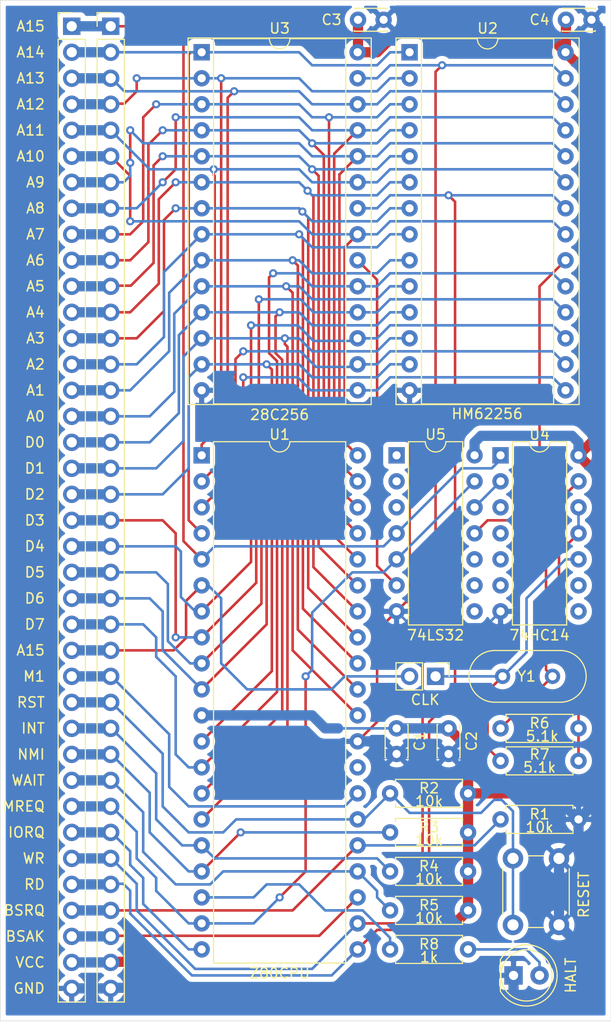
<source format=kicad_pcb>
(kicad_pcb (version 20211014) (generator pcbnew)
  (layers (0 "F.Cu" signal) (31 "B.Cu" signal) (34 "B.Paste" user) (35 "F.Paste" user) (36 "B.SilkS" user "B.Silkscreen") (37 "F.SilkS" user "F.Silkscreen") (38 "B.Mask" user) (39 "F.Mask" user) (44 "Edge.Cuts" user))
  (net 0 "")
  (net 1 "IOREQ")
  (net 2 "MREQ")
  (net 3 "HALT")
  (net 4 "NMI")
  (net 5 "INT")
  (net 6 "Vcc")
  (net 7 "GND")
  (net 8 "RFSH")
  (net 9 "M1")
  (net 10 "RESET")
  (net 11 "CLK")
  (net 12 "BUSREQ")
  (net 13 "WAIT")
  (net 14 "BUSACK")
  (net 15 "WR")
  (net 16 "RD")
  (net 17 "Net-(U2-Pad20)")
  (net 18 "Net-(U3-Pad20)")
  (net 19 "Net-(U4-Pad2)")
  (net 20 "/A15")
  (net 21 "/A0")
  (net 22 "/A10")
  (net 23 "/A9")
  (net 24 "/A8")
  (net 25 "/A7")
  (net 26 "/A6")
  (net 27 "/A5")
  (net 28 "/A4")
  (net 29 "/A3")
  (net 30 "/A2")
  (net 31 "/A1")
  (net 32 "/A14")
  (net 33 "/A13")
  (net 34 "/A12")
  (net 35 "/A11")
  (net 36 "/D1")
  (net 37 "/D0")
  (net 38 "/D7")
  (net 39 "/D2")
  (net 40 "/D6")
  (net 41 "/D5")
  (net 42 "/D3")
  (net 43 "/D4")
  (net 44 "Net-(JP1-Pad1)")
  (net 45 "Net-(LED1-Pad2)")
  (net 46 "Net-(R6-Pad2)")
  (net 47 "Net-(R6-Pad1)")
  (footprint "Capacitor_THT:C_Disc_D3.0mm_W2.0mm_P2.50mm" (layer "F.Cu") (at 52.07 87.63 -90)
    (fp_text reference "C1")
    (fp_text value "0.1uF")
  )
  (footprint "Capacitor_THT:C_Disc_D3.0mm_W2.0mm_P2.50mm" (layer "F.Cu") (at 57.15 87.63 -90)
    (fp_text reference "C2")
    (fp_text value "0.47uF")
  )
  (footprint "Resistor_THT:R_Axial_DIN0207_L6.3mm_D2.5mm_P7.62mm_Horizontal" (layer "F.Cu") (at 59.055 97.79 180)
    (fp_text reference "R3")
    (fp_text value "10k")
  )
  (footprint "Package_DIP:DIP-40_W15.24mm" (layer "F.Cu") (at 33.02 60.96)
    (fp_text reference "U1")
    (fp_text value "Z80CPU")
  )
  (footprint "Resistor_THT:R_Axial_DIN0207_L6.3mm_D2.5mm_P7.62mm_Horizontal" (layer "F.Cu") (at 59.055 93.98 180)
    (fp_text reference "R2")
    (fp_text value "10k")
  )
  (footprint "Package_DIP:DIP-14_W7.62mm" (layer "F.Cu") (at 62.23 60.96)
    (fp_text reference "U4")
    (fp_text value "74HC14")
  )
  (footprint "Package_DIP:DIP-14_W7.62mm" (layer "F.Cu") (at 52.07 60.96)
    (fp_text reference "U5")
    (fp_text value "74LS32")
  )
  (footprint "Resistor_THT:R_Axial_DIN0207_L6.3mm_D2.5mm_P7.62mm_Horizontal" (layer "F.Cu") (at 69.85 87.63 180)
    (fp_text reference "R6")
    (fp_text value "5.1k")
  )
  (footprint "Resistor_THT:R_Axial_DIN0207_L6.3mm_D2.5mm_P7.62mm_Horizontal" (layer "F.Cu") (at 62.23 96.52)
    (fp_text reference "R1")
    (fp_text value "10k")
  )
  (footprint "Package_DIP:DIP-28_W15.24mm_Socket" (layer "F.Cu") (at 33.02 21.59)
    (fp_text reference "U3")
    (fp_text value "28C256")
  )
  (footprint "Resistor_THT:R_Axial_DIN0207_L6.3mm_D2.5mm_P7.62mm_Horizontal" (layer "F.Cu") (at 59.055 101.6 180)
    (fp_text reference "R4")
    (fp_text value "10k")
  )
  (footprint "Resistor_THT:R_Axial_DIN0207_L6.3mm_D2.5mm_P7.62mm_Horizontal" (layer "F.Cu") (at 59.055 105.41 180)
    (fp_text reference "R5")
    (fp_text value "10k")
  )
  (footprint "Connector_PinHeader_2.54mm:PinHeader_1x02_P2.54mm_Vertical" (layer "F.Cu") (at 55.88 82.55 -90)
    (fp_text reference "JP1")
    (fp_text value "CLK")
  )
  (footprint "Connector_PinHeader_2.54mm:PinHeader_1x38_P2.54mm_Vertical" (layer "F.Cu") (at 20.32 19.05)
    (fp_text reference "J1" hide)
    (fp_text value "Conn_01x38")
  )
  (footprint "Connector_PinHeader_2.54mm:PinHeader_1x38_P2.54mm_Vertical" (layer "F.Cu") (at 24.13 19.05)
    (fp_text reference "J1" hide)
    (fp_text value "Conn_01x38")
  )
  (footprint "LED_THT:LED_D5.0mm" (layer "F.Cu") (at 63.5 111.76)
    (fp_text reference "LED1")
    (fp_text value "HALT")
  )
  (footprint "Resistor_THT:R_Axial_DIN0207_L6.3mm_D2.5mm_P7.62mm_Horizontal" (layer "F.Cu") (at 51.435 109.22)
    (fp_text reference "R8")
    (fp_text value "1k")
  )
  (footprint "Button_Switch_THT:SW_PUSH_6mm" (layer "F.Cu") (at 67.945 100.33 -90)
    (fp_text reference "B1")
    (fp_text value "RESET")
  )
  (footprint "Capacitor_THT:C_Disc_D3.0mm_W2.0mm_P2.50mm" (layer "F.Cu") (at 48.3 18.415)
    (fp_text reference "C3")
    (fp_text value "0.1uF")
  )
  (footprint "Capacitor_THT:C_Disc_D3.0mm_W2.0mm_P2.50mm" (layer "F.Cu") (at 68.62 18.415)
    (fp_text reference "C4")
    (fp_text value "0.1uF")
  )
  (footprint "Resistor_THT:R_Axial_DIN0207_L6.3mm_D2.5mm_P7.62mm_Horizontal" (layer "F.Cu") (at 62.23 90.805)
    (fp_text reference "R7")
    (fp_text value "5.1k")
  )
  (footprint "Crystal:Crystal_HC49-4H_Vertical" (layer "F.Cu") (at 67.31 82.55 180)
    (fp_text reference "Y1")
    (fp_text value "Crystal")
  )
  (footprint "Package_DIP:DIP-28_W15.24mm_Socket" (layer "F.Cu") (at 53.34 21.59)
    (fp_text reference "U2")
    (fp_text value "HM62256")
  )
  (gr_line (start 13.335 116.205) (end 13.335 16.51) (layer "Edge.Cuts") (width 0.05))
  (gr_line (start 73.025 116.205) (end 13.335 116.205) (layer "Edge.Cuts") (width 0.05))
  (gr_line (start 13.335 16.51) (end 73.025 16.51) (layer "Edge.Cuts") (width 0.05))
  (gr_line (start 73.025 16.51) (end 73.025 116.205) (layer "Edge.Cuts") (width 0.05))
  (gr_text "GND" (at 17.78 113.03) (layer "F.SilkS") (effects (font (size 1 1)) (justify right)))
  (gr_text "NMI" (at 17.78 90.17) (layer "F.SilkS") (effects (font (size 1 1)) (justify right)))
  (gr_text "A1" (at 17.78 54.61) (layer "F.SilkS") (effects (font (size 1 1)) (justify right)))
  (gr_text "RST" (at 17.78 85.09) (layer "F.SilkS") (effects (font (size 1 1)) (justify right)))
  (gr_text "WR" (at 17.78 100.33) (layer "F.SilkS") (effects (font (size 1 1)) (justify right)))
  (gr_text "A0" (at 17.78 57.15) (layer "F.SilkS") (effects (font (size 1 1)) (justify right)))
  (gr_text "A2" (at 17.78 52.07) (layer "F.SilkS") (effects (font (size 1 1)) (justify right)))
  (gr_text "D3" (at 17.78 67.31) (layer "F.SilkS") (effects (font (size 1 1)) (justify right)))
  (gr_text "A14" (at 17.78 21.59) (layer "F.SilkS") (effects (font (size 1 1)) (justify right)))
  (gr_text "A12" (at 17.78 26.67) (layer "F.SilkS") (effects (font (size 1 1)) (justify right)))
  (gr_text "D2" (at 17.78 64.77) (layer "F.SilkS") (effects (font (size 1 1)) (justify right)))
  (gr_text "WAIT" (at 17.78 92.71) (layer "F.SilkS") (effects (font (size 1 1)) (justify right)))
  (gr_text "D5" (at 17.78 72.39) (layer "F.SilkS") (effects (font (size 1 1)) (justify right)))
  (gr_text "BSAK" (at 17.78 107.95) (layer "F.SilkS") (effects (font (size 1 1)) (justify right)))
  (gr_text "BSRQ" (at 17.78 105.41) (layer "F.SilkS") (effects (font (size 1 1)) (justify right)))
  (gr_text "A11" (at 17.78 29.21) (layer "F.SilkS") (effects (font (size 1 1)) (justify right)))
  (gr_text "D0" (at 17.78 59.69) (layer "F.SilkS") (effects (font (size 1 1)) (justify right)))
  (gr_text "A3" (at 17.78 49.53) (layer "F.SilkS") (effects (font (size 1 1)) (justify right)))
  (gr_text "A9" (at 17.78 34.29) (layer "F.SilkS") (effects (font (size 1 1)) (justify right)))
  (gr_text "A4" (at 17.78 46.99) (layer "F.SilkS") (effects (font (size 1 1)) (justify right)))
  (gr_text "MREQ" (at 17.78 95.25) (layer "F.SilkS") (effects (font (size 1 1)) (justify right)))
  (gr_text "A15" (at 17.78 80.01) (layer "F.SilkS") (effects (font (size 1 1)) (justify right)))
  (gr_text "A6" (at 17.78 41.91) (layer "F.SilkS") (effects (font (size 1 1)) (justify right)))
  (gr_text "A15" (at 17.78 19.05) (layer "F.SilkS") (effects (font (size 1 1)) (justify right)))
  (gr_text "A7" (at 17.78 39.37) (layer "F.SilkS") (effects (font (size 1 1)) (justify right)))
  (gr_text "D7" (at 17.78 77.47) (layer "F.SilkS") (effects (font (size 1 1)) (justify right)))
  (gr_text "RD" (at 17.78 102.87) (layer "F.SilkS") (effects (font (size 1 1)) (justify right)))
  (gr_text "A8" (at 17.78 36.83) (layer "F.SilkS") (effects (font (size 1 1)) (justify right)))
  (gr_text "D6" (at 17.78 74.93) (layer "F.SilkS") (effects (font (size 1 1)) (justify right)))
  (gr_text "M1" (at 17.78 82.55) (layer "F.SilkS") (effects (font (size 1 1)) (justify right)))
  (gr_text "INT" (at 17.78 87.63) (layer "F.SilkS") (effects (font (size 1 1)) (justify right)))
  (gr_text "D4" (at 17.78 69.85) (layer "F.SilkS") (effects (font (size 1 1)) (justify right)))
  (gr_text "IORQ" (at 17.78 97.79) (layer "F.SilkS") (effects (font (size 1 1)) (justify right)))
  (gr_text "A5\n" (at 17.78 44.45) (layer "F.SilkS") (effects (font (size 1 1)) (justify right)))
  (gr_text "A13" (at 17.78 24.13) (layer "F.SilkS") (effects (font (size 1 1)) (justify right)))
  (gr_text "A10" (at 17.78 31.75) (layer "F.SilkS") (effects (font (size 1 1)) (justify right)))
  (gr_text "VCC" (at 17.78 110.49) (layer "F.SilkS") (effects (font (size 1 1)) (justify right)))
  (gr_text "D1" (at 17.78 62.23) (layer "F.SilkS") (effects (font (size 1 1)) (justify right)))
  (segment (start 27.305 102.235) (end 26.035 100.965) (width 0.25) (layer "B.Cu") (net 1))
  (segment (start 33.02 109.22) (end 31.75 109.22) (width 0.25) (layer "B.Cu") (net 1))
  (segment (start 27.305 104.775) (end 27.305 102.235) (width 0.25) (layer "B.Cu") (net 1))
  (segment (start 24.13 97.79) (end 20.32 97.79) (width 1) (layer "B.Cu") (net 1))
  (segment (start 26.035 99.635) (end 24.13 97.73) (width 0.25) (layer "B.Cu") (net 1))
  (segment (start 31.75 109.22) (end 27.305 104.775) (width 0.25) (layer "B.Cu") (net 1))
  (segment (start 26.035 100.965) (end 26.035 99.635) (width 0.25) (layer "B.Cu") (net 1))
  (segment (start 40.64 104.14) (end 40.64 104.14) (width 0.25) (layer "F.Cu") (net 2))
  (segment (start 43.18 82.55) (end 43.18 101.6) (width 0.25) (layer "F.Cu") (net 2))
  (segment (start 43.18 101.6) (end 40.64 104.14) (width 0.25) (layer "F.Cu") (net 2))
  (via (at 40.64 104.14) (size 0.8) (drill 0.4) (layers "F.Cu" "B.Cu") (net 2))
  (via (at 43.18 82.55) (size 0.8) (drill 0.4) (layers "F.Cu" "B.Cu") (net 2))
  (segment (start 43.18 82.55) (end 43.18 82.55) (width 0.25) (layer "B.Cu") (net 2))
  (segment (start 43.18 82.55) (end 43.18 82.55) (width 0.25) (layer "B.Cu") (net 2))
  (segment (start 43.815 81.915) (end 43.18 82.55) (width 0.25) (layer "B.Cu") (net 2))
  (segment (start 38.1 106.68) (end 40.240001 104.539999) (width 0.25) (layer "B.Cu") (net 2))
  (segment (start 43.815 76.319999) (end 43.815 81.915) (width 0.25) (layer "B.Cu") (net 2))
  (segment (start 52.07 71.12) (end 52.869999 70.320001) (width 0.25) (layer "B.Cu") (net 2))
  (segment (start 33.02 106.68) (end 31.75 106.68) (width 0.25) (layer "B.Cu") (net 2))
  (segment (start 26.67 100.33) (end 26.67 97.73) (width 0.25) (layer "B.Cu") (net 2))
  (segment (start 31.75 106.68) (end 28.575 103.505) (width 0.25) (layer "B.Cu") (net 2))
  (segment (start 52.07 71.12) (end 50.8 72.39) (width 0.25) (layer "B.Cu") (net 2))
  (segment (start 47.744999 72.39) (end 43.815 76.319999) (width 0.25) (layer "B.Cu") (net 2))
  (segment (start 28.575 103.505) (end 28.575 102.235) (width 0.25) (layer "B.Cu") (net 2))
  (segment (start 33.02 106.68) (end 38.1 106.68) (width 0.25) (layer "B.Cu") (net 2))
  (segment (start 24.979999 96.039999) (end 24.13 95.19) (width 0.25) (layer "B.Cu") (net 2))
  (segment (start 26.67 97.73) (end 24.979999 96.039999) (width 0.25) (layer "B.Cu") (net 2))
  (segment (start 50.8 72.39) (end 47.744999 72.39) (width 0.25) (layer "B.Cu") (net 2))
  (segment (start 28.575 102.235) (end 26.67 100.33) (width 0.25) (layer "B.Cu") (net 2))
  (segment (start 52.869999 70.320001) (end 59.69 63.5) (width 0.25) (layer "B.Cu") (net 2))
  (segment (start 24.13 95.25) (end 20.32 95.25) (width 1) (layer "B.Cu") (net 2))
  (segment (start 40.240001 104.539999) (end 40.64 104.14) (width 0.25) (layer "B.Cu") (net 2))
  (segment (start 45.085 105.41) (end 42.545 102.87) (width 0.25) (layer "B.Cu") (net 3))
  (segment (start 51.435 108.08863) (end 48.75637 105.41) (width 0.25) (layer "B.Cu") (net 3))
  (segment (start 48.75637 105.41) (end 45.085 105.41) (width 0.25) (layer "B.Cu") (net 3))
  (segment (start 38.1 104.14) (end 33.02 104.14) (width 0.25) (layer "B.Cu") (net 3))
  (segment (start 51.435 109.22) (end 51.435 108.08863) (width 0.25) (layer "B.Cu") (net 3))
  (segment (start 42.545 102.87) (end 39.37 102.87) (width 0.25) (layer "B.Cu") (net 3))
  (segment (start 39.37 102.87) (end 38.1 104.14) (width 0.25) (layer "B.Cu") (net 3))
  (segment (start 33.02 101.6) (end 36.83 97.79) (width 0.25) (layer "F.Cu") (net 4))
  (via (at 36.83 97.79) (size 0.8) (drill 0.4) (layers "F.Cu" "B.Cu") (net 4))
  (segment (start 27.94 97.79) (end 27.94 93.92) (width 0.25) (layer "B.Cu") (net 4))
  (segment (start 24.13 90.17) (end 20.32 90.17) (width 1) (layer "B.Cu") (net 4))
  (segment (start 27.94 93.92) (end 24.979999 90.959999) (width 0.25) (layer "B.Cu") (net 4))
  (segment (start 33.02 101.6) (end 31.75 101.6) (width 0.25) (layer "B.Cu") (net 4))
  (segment (start 51.435 97.79) (end 36.83 97.79) (width 0.25) (layer "B.Cu") (net 4))
  (segment (start 31.75 101.6) (end 27.94 97.79) (width 0.25) (layer "B.Cu") (net 4))
  (segment (start 24.979999 90.959999) (end 24.13 90.11) (width 0.25) (layer "B.Cu") (net 4))
  (segment (start 31.115 99.06) (end 28.575 96.52) (width 0.25) (layer "B.Cu") (net 5))
  (segment (start 33.02 99.06) (end 31.115 99.06) (width 0.25) (layer "B.Cu") (net 5))
  (segment (start 34.29 100.33) (end 33.02 99.06) (width 0.25) (layer "B.Cu") (net 5))
  (segment (start 28.575 96.52) (end 28.575 92.015) (width 0.25) (layer "B.Cu") (net 5))
  (segment (start 50.165 100.33) (end 34.29 100.33) (width 0.25) (layer "B.Cu") (net 5))
  (segment (start 24.979999 88.419999) (end 24.13 87.57) (width 0.25) (layer "B.Cu") (net 5))
  (segment (start 51.435 101.6) (end 50.165 100.33) (width 0.25) (layer "B.Cu") (net 5))
  (segment (start 24.13 87.63) (end 20.32 87.63) (width 1) (layer "B.Cu") (net 5))
  (segment (start 28.575 92.015) (end 24.979999 88.419999) (width 0.25) (layer "B.Cu") (net 5))
  (segment (start 48.3 18.415) (end 48.3 21.55) (width 1) (layer "F.Cu") (net 6))
  (segment (start 59.055 89.535) (end 57.15 87.63) (width 1) (layer "F.Cu") (net 6))
  (segment (start 71.755 59.055) (end 71.755 24.765) (width 1) (layer "F.Cu") (net 6))
  (segment (start 25.975 110.43) (end 28.644989 113.099989) (width 1) (layer "F.Cu") (net 6))
  (segment (start 68.58 21.59) (end 66.675 19.685) (width 1) (layer "F.Cu") (net 6))
  (segment (start 59.055 101.6) (end 59.055 97.79) (width 1) (layer "F.Cu") (net 6))
  (segment (start 68.62 18.415) (end 68.62 21.55) (width 1) (layer "F.Cu") (net 6))
  (segment (start 69.85 93.98) (end 71.755 92.075) (width 1) (layer "F.Cu") (net 6))
  (segment (start 52.07 19.685) (end 50.165 21.59) (width 1) (layer "F.Cu") (net 6))
  (segment (start 59.055 93.98) (end 69.85 93.98) (width 1) (layer "F.Cu") (net 6))
  (segment (start 50.165 21.59) (end 48.26 21.59) (width 1) (layer "F.Cu") (net 6))
  (segment (start 59.055 97.79) (end 59.055 93.98) (width 1) (layer "F.Cu") (net 6))
  (segment (start 71.755 92.075) (end 71.755 62.865) (width 1) (layer "F.Cu") (net 6))
  (segment (start 66.675 19.685) (end 52.07 19.685) (width 1) (layer "F.Cu") (net 6))
  (segment (start 69.85 60.96) (end 71.755 59.055) (width 1) (layer "F.Cu") (net 6))
  (segment (start 58.255001 106.209999) (end 59.055 105.41) (width 1) (layer "F.Cu") (net 6))
  (segment (start 51.365011 113.099989) (end 58.255001 106.209999) (width 1) (layer "F.Cu") (net 6))
  (segment (start 59.055 105.41) (end 59.055 101.6) (width 1) (layer "F.Cu") (net 6))
  (segment (start 48.3 21.55) (end 48.26 21.59) (width 0.25) (layer "F.Cu") (net 6))
  (segment (start 68.62 21.55) (end 68.58 21.59) (width 0.25) (layer "F.Cu") (net 6))
  (segment (start 71.755 62.865) (end 70.649999 61.759999) (width 1) (layer "F.Cu") (net 6))
  (segment (start 28.644989 113.099989) (end 51.365011 113.099989) (width 1) (layer "F.Cu") (net 6))
  (segment (start 59.055 93.98) (end 59.055 89.535) (width 1) (layer "F.Cu") (net 6))
  (segment (start 70.649999 61.759999) (end 69.85 60.96) (width 1) (layer "F.Cu") (net 6))
  (segment (start 71.755 24.765) (end 69.379999 22.389999) (width 1) (layer "F.Cu") (net 6))
  (segment (start 69.379999 22.389999) (end 68.58 21.59) (width 1) (layer "F.Cu") (net 6))
  (segment (start 24.13 110.43) (end 25.975 110.43) (width 1) (layer "F.Cu") (net 6))
  (segment (start 46.355 87.63) (end 45.085 87.63) (width 1) (layer "B.Cu") (net 6))
  (segment (start 45.085 87.63) (end 43.815 86.36) (width 1) (layer "B.Cu") (net 6))
  (segment (start 60.325 59.055) (end 69.215 59.055) (width 1) (layer "B.Cu") (net 6))
  (segment (start 57.15 87.63) (end 52.07 87.63) (width 1) (layer "B.Cu") (net 6))
  (segment (start 24.13 110.49) (end 20.32 110.49) (width 1) (layer "B.Cu") (net 6))
  (segment (start 59.69 60.96) (end 59.69 59.69) (width 1) (layer "B.Cu") (net 6))
  (segment (start 43.815 86.36) (end 33.02 86.36) (width 1) (layer "B.Cu") (net 6))
  (segment (start 59.69 59.69) (end 60.325 59.055) (width 1) (layer "B.Cu") (net 6))
  (segment (start 52.07 87.63) (end 45.72 87.63) (width 0.25) (layer "B.Cu") (net 6))
  (segment (start 69.215 59.055) (end 69.85 59.69) (width 1) (layer "B.Cu") (net 6))
  (segment (start 69.85 59.69) (end 69.85 60.96) (width 1) (layer "B.Cu") (net 6))
  (segment (start 53.34 74.93) (end 53.34 54.61) (width 0.25) (layer "F.Cu") (net 7))
  (segment (start 50.165 78.105) (end 52.07 76.2) (width 0.25) (layer "F.Cu") (net 7))
  (segment (start 52.07 76.2) (end 53.34 74.93) (width 0.25) (layer "F.Cu") (net 7))
  (segment (start 48.26 88.9) (end 50.165 86.995) (width 0.25) (layer "F.Cu") (net 7))
  (segment (start 50.165 86.995) (end 50.165 78.105) (width 0.25) (layer "F.Cu") (net 7))
  (segment (start 51.435 54.61) (end 53.34 54.61) (width 0.25) (layer "B.Cu") (net 7))
  (segment (start 43.815 55.88) (end 50.165 55.88) (width 0.25) (layer "B.Cu") (net 7))
  (segment (start 42.545 54.61) (end 43.815 55.88) (width 0.25) (layer "B.Cu") (net 7))
  (segment (start 33.02 54.61) (end 42.545 54.61) (width 0.25) (layer "B.Cu") (net 7))
  (segment (start 50.165 55.88) (end 51.435 54.61) (width 0.25) (layer "B.Cu") (net 7))
  (segment (start 70.649999 95.720001) (end 69.85 96.52) (width 1) (layer "B.Cu") (net 7))
  (segment (start 69.215 108.1) (end 67.945 106.83) (width 1) (layer "B.Cu") (net 7))
  (segment (start 67.31 114.3) (end 69.215 112.395) (width 1) (layer "B.Cu") (net 7))
  (segment (start 62.23 76.2) (end 60.96 77.47) (width 0.25) (layer "B.Cu") (net 7))
  (segment (start 48.3 88.86) (end 48.26 88.9) (width 0.25) (layer "B.Cu") (net 7))
  (segment (start 69.85 98.425) (end 67.945 100.33) (width 1) (layer "B.Cu") (net 7))
  (segment (start 50.8 18.415) (end 52.07 17.145) (width 0.25) (layer "B.Cu") (net 7))
  (segment (start 70.320001 17.615001) (end 71.12 18.415) (width 0.25) (layer "B.Cu") (net 7))
  (segment (start 66.675 93.345) (end 61.595 93.345) (width 1) (layer "B.Cu") (net 7))
  (segment (start 69.215 112.395) (end 69.215 108.1) (width 1) (layer "B.Cu") (net 7))
  (segment (start 50.76 90.13) (end 49.53 88.9) (width 1) (layer "B.Cu") (net 7))
  (segment (start 71.755 19.05) (end 71.755 94.615) (width 1) (layer "B.Cu") (net 7))
  (segment (start 60.96 77.47) (end 53.34 77.47) (width 0.25) (layer "B.Cu") (net 7))
  (segment (start 52.07 90.13) (end 50.76 90.13) (width 1) (layer "B.Cu") (net 7))
  (segment (start 57.19 90.17) (end 57.15 90.13) (width 1) (layer "B.Cu") (net 7))
  (segment (start 61.595 93.345) (end 60.325 92.075) (width 1) (layer "B.Cu") (net 7))
  (segment (start 59.69 90.17) (end 57.19 90.17) (width 1) (layer "B.Cu") (net 7))
  (segment (start 60.325 92.075) (end 60.325 90.805) (width 1) (layer "B.Cu") (net 7))
  (segment (start 69.85 17.145) (end 70.320001 17.615001) (width 0.25) (layer "B.Cu") (net 7))
  (segment (start 25.709998 112.97) (end 24.13 112.97) (width 1) (layer "B.Cu") (net 7))
  (segment (start 27.039998 114.3) (end 25.709998 112.97) (width 1) (layer "B.Cu") (net 7))
  (segment (start 69.85 96.52) (end 66.675 93.345) (width 1) (layer "B.Cu") (net 7))
  (segment (start 71.755 94.615) (end 70.649999 95.720001) (width 1) (layer "B.Cu") (net 7))
  (segment (start 52.869999 76.999999) (end 52.07 76.2) (width 0.25) (layer "B.Cu") (net 7))
  (segment (start 24.13 113.03) (end 20.32 113.03) (width 1) (layer "B.Cu") (net 7))
  (segment (start 69.85 96.52) (end 69.85 98.425) (width 1) (layer "B.Cu") (net 7))
  (segment (start 60.325 90.805) (end 59.69 90.17) (width 1) (layer "B.Cu") (net 7))
  (segment (start 67.945 106.83) (end 67.945 100.33) (width 1) (layer "B.Cu") (net 7))
  (segment (start 63.5 114.3) (end 67.31 114.3) (width 1) (layer "B.Cu") (net 7))
  (segment (start 57.15 90.13) (end 52.07 90.13) (width 1) (layer "B.Cu") (net 7))
  (segment (start 63.5 111.76) (end 63.5 114.3) (width 1) (layer "B.Cu") (net 7))
  (segment (start 49.53 88.9) (end 48.26 88.9) (width 1) (layer "B.Cu") (net 7))
  (segment (start 63.5 114.3) (end 27.039998 114.3) (width 1) (layer "B.Cu") (net 7))
  (segment (start 53.34 77.47) (end 52.869999 76.999999) (width 0.25) (layer "B.Cu") (net 7))
  (segment (start 71.12 18.415) (end 71.755 19.05) (width 1) (layer "B.Cu") (net 7))
  (segment (start 52.07 17.145) (end 69.85 17.145) (width 0.25) (layer "B.Cu") (net 7))
  (segment (start 24.13 82.55) (end 20.32 82.55) (width 1) (layer "B.Cu") (net 9))
  (segment (start 29.845 88.205) (end 24.979999 83.339999) (width 0.25) (layer "B.Cu") (net 9))
  (segment (start 46.99 95.25) (end 31.75 95.25) (width 0.25) (layer "B.Cu") (net 9))
  (segment (start 24.979999 83.339999) (end 24.13 82.49) (width 0.25) (layer "B.Cu") (net 9))
  (segment (start 48.26 93.98) (end 46.99 95.25) (width 0.25) (layer "B.Cu") (net 9))
  (segment (start 29.845 93.345) (end 29.845 88.205) (width 0.25) (layer "B.Cu") (net 9))
  (segment (start 31.75 95.25) (end 29.845 93.345) (width 0.25) (layer "B.Cu") (net 9))
  (segment (start 48.895 96.52) (end 48.26 96.52) (width 0.25) (layer "B.Cu") (net 10))
  (segment (start 63.445 106.83) (end 63.445 100.33) (width 0.25) (layer "B.Cu") (net 10))
  (segment (start 31.75 97.79) (end 29.21 95.25) (width 0.25) (layer "B.Cu") (net 10))
  (segment (start 60.325 95.885) (end 53.34 95.885) (width 0.25) (layer "B.Cu") (net 10))
  (segment (start 24.13 85.09) (end 20.32 85.09) (width 1) (layer "B.Cu") (net 10))
  (segment (start 53.34 95.885) (end 52.234999 94.779999) (width 0.25) (layer "B.Cu") (net 10))
  (segment (start 61.595 94.615) (end 60.325 95.885) (width 0.25) (layer "B.Cu") (net 10))
  (segment (start 29.21 95.25) (end 29.21 90.11) (width 0.25) (layer "B.Cu") (net 10))
  (segment (start 62.333259 94.615) (end 61.595 94.615) (width 0.25) (layer "B.Cu") (net 10))
  (segment (start 24.979999 85.879999) (end 24.13 85.03) (width 0.25) (layer "B.Cu") (net 10))
  (segment (start 51.435 93.98) (end 48.895 96.52) (width 0.25) (layer "B.Cu") (net 10))
  (segment (start 29.21 90.11) (end 24.979999 85.879999) (width 0.25) (layer "B.Cu") (net 10))
  (segment (start 35.121998 97.79) (end 31.75 97.79) (width 0.25) (layer "B.Cu") (net 10))
  (segment (start 63.445 95.726741) (end 62.333259 94.615) (width 0.25) (layer "B.Cu") (net 10))
  (segment (start 36.391998 96.52) (end 35.121998 97.79) (width 0.25) (layer "B.Cu") (net 10))
  (segment (start 48.26 96.52) (end 36.391998 96.52) (width 0.25) (layer "B.Cu") (net 10))
  (segment (start 63.445 100.33) (end 63.445 95.726741) (width 0.25) (layer "B.Cu") (net 10))
  (segment (start 52.234999 94.779999) (end 51.435 93.98) (width 0.25) (layer "B.Cu") (net 10))
  (segment (start 24.13 80.01) (end 30.283002 80.01) (width 0.25) (layer "F.Cu") (net 11))
  (segment (start 31.496 75.184) (end 32.220001 74.459999) (width 0.25) (layer "F.Cu") (net 11))
  (segment (start 31.496 78.797002) (end 31.496 75.184) (width 0.25) (layer "F.Cu") (net 11))
  (segment (start 30.283002 80.01) (end 31.496 78.797002) (width 0.25) (layer "F.Cu") (net 11))
  (segment (start 32.220001 74.459999) (end 33.02 73.66) (width 0.25) (layer "F.Cu") (net 11))
  (segment (start 37.465 83.82) (end 34.925 81.28) (width 0.25) (layer "B.Cu") (net 11))
  (segment (start 24.13 80.01) (end 20.32 80.01) (width 1) (layer "B.Cu") (net 11))
  (segment (start 34.925 81.28) (end 34.925 74.93) (width 0.25) (layer "B.Cu") (net 11))
  (segment (start 33.655 73.66) (end 33.02 73.66) (width 0.25) (layer "B.Cu") (net 11))
  (segment (start 53.34 82.55) (end 46.99 82.55) (width 0.25) (layer "B.Cu") (net 11))
  (segment (start 45.72 83.82) (end 37.465 83.82) (width 0.25) (layer "B.Cu") (net 11))
  (segment (start 46.99 82.55) (end 45.72 83.82) (width 0.25) (layer "B.Cu") (net 11))
  (segment (start 34.925 74.93) (end 33.655 73.66) (width 0.25) (layer "B.Cu") (net 11))
  (segment (start 48.26 99.06) (end 41.91 105.41) (width 0.25) (layer "F.Cu") (net 12))
  (segment (start 41.91 105.41) (end 24.13 105.41) (width 0.25) (layer "F.Cu") (net 12))
  (segment (start 24.13 105.41) (end 20.32 105.41) (width 1) (layer "B.Cu") (net 12))
  (segment (start 59.69 99.06) (end 48.26 99.06) (width 0.25) (layer "B.Cu") (net 12))
  (segment (start 62.23 96.52) (end 59.69 99.06) (width 0.25) (layer "B.Cu") (net 12))
  (segment (start 50.165 104.14) (end 50.165 103.505) (width 0.25) (layer "B.Cu") (net 13))
  (segment (start 27.305 99.695) (end 27.305 95.825) (width 0.25) (layer "B.Cu") (net 13))
  (segment (start 24.13 92.71) (end 20.32 92.71) (width 1) (layer "B.Cu") (net 13))
  (segment (start 48.895 101.6) (end 48.26 101.6) (width 0.25) (layer "B.Cu") (net 13))
  (segment (start 35.122501 101.6) (end 33.852501 102.87) (width 0.25) (layer "B.Cu") (net 13))
  (segment (start 51.435 105.41) (end 50.165 104.14) (width 0.25) (layer "B.Cu") (net 13))
  (segment (start 27.305 95.825) (end 24.13 92.65) (width 0.25) (layer "B.Cu") (net 13))
  (segment (start 30.48 102.87) (end 27.305 99.695) (width 0.25) (layer "B.Cu") (net 13))
  (segment (start 50.165 103.505) (end 48.26 101.6) (width 0.25) (layer "B.Cu") (net 13))
  (segment (start 48.26 101.6) (end 35.122501 101.6) (width 0.25) (layer "B.Cu") (net 13))
  (segment (start 33.852501 102.87) (end 30.48 102.87) (width 0.25) (layer "B.Cu") (net 13))
  (segment (start 48.26 104.14) (end 44.51 107.89) (width 0.25) (layer "F.Cu") (net 14))
  (segment (start 44.51 107.89) (end 24.13 107.89) (width 0.25) (layer "F.Cu") (net 14))
  (segment (start 24.13 107.95) (end 20.32 107.95) (width 1) (layer "B.Cu") (net 14))
  (segment (start 52.705 106.68) (end 54.61 104.775) (width 0.25) (layer "F.Cu") (net 15))
  (segment (start 48.26 106.68) (end 52.705 106.68) (width 0.25) (layer "F.Cu") (net 15))
  (segment (start 55.88 79.375) (end 55.88 23.495) (width 0.25) (layer "F.Cu") (net 15))
  (segment (start 54.61 104.775) (end 54.61 80.645) (width 0.25) (layer "F.Cu") (net 15))
  (segment (start 54.61 80.645) (end 55.88 79.375) (width 0.25) (layer "F.Cu") (net 15))
  (segment (start 55.88 23.495) (end 56.515 22.86) (width 0.25) (layer "F.Cu") (net 15))
  (via (at 56.515 22.86) (size 0.8) (drill 0.4) (layers "F.Cu" "B.Cu") (net 15))
  (segment (start 56.515 22.86) (end 51.435 22.86) (width 0.25) (layer "B.Cu") (net 15))
  (segment (start 68.58 24.13) (end 67.31 22.86) (width 0.25) (layer "B.Cu") (net 15))
  (segment (start 26.67 102.81) (end 24.13 100.27) (width 0.25) (layer "B.Cu") (net 15))
  (segment (start 32.385 111.125) (end 26.67 105.41) (width 0.25) (layer "B.Cu") (net 15))
  (segment (start 43.815 111.125) (end 32.385 111.125) (width 0.25) (layer "B.Cu") (net 15))
  (segment (start 26.67 105.41) (end 26.67 102.81) (width 0.25) (layer "B.Cu") (net 15))
  (segment (start 51.435 22.86) (end 50.165 24.13) (width 0.25) (layer "B.Cu") (net 15))
  (segment (start 67.31 22.86) (end 56.515 22.86) (width 0.25) (layer "B.Cu") (net 15))
  (segment (start 48.26 106.68) (end 43.815 111.125) (width 0.25) (layer "B.Cu") (net 15))
  (segment (start 50.165 24.13) (end 48.26 24.13) (width 0.25) (layer "B.Cu") (net 15))
  (segment (start 24.13 100.33) (end 20.32 100.33) (width 1) (layer "B.Cu") (net 15))
  (segment (start 55.245 105.410705) (end 55.245 86.995) (width 0.25) (layer "F.Cu") (net 16))
  (segment (start 50.165 107.315) (end 53.340705 107.315) (width 0.25) (layer "F.Cu") (net 16))
  (segment (start 57.549999 35.959999) (end 57.15 35.56) (width 0.25) (layer "F.Cu") (net 16))
  (segment (start 55.245 86.995) (end 57.785 84.455) (width 0.25) (layer "F.Cu") (net 16))
  (segment (start 48.26 109.22) (end 50.165 107.315) (width 0.25) (layer "F.Cu") (net 16))
  (segment (start 57.785 36.195) (end 57.549999 35.959999) (width 0.25) (layer "F.Cu") (net 16))
  (segment (start 53.340705 107.315) (end 55.245 105.410705) (width 0.25) (layer "F.Cu") (net 16))
  (segment (start 57.785 84.455) (end 57.785 36.195) (width 0.25) (layer "F.Cu") (net 16))
  (via (at 57.15 35.56) (size 0.8) (drill 0.4) (layers "F.Cu" "B.Cu") (net 16))
  (segment (start 68.58 36.83) (end 67.31 35.56) (width 0.25) (layer "B.Cu") (net 16))
  (segment (start 50.165 36.83) (end 48.26 36.83) (width 0.25) (layer "B.Cu") (net 16))
  (segment (start 51.435 35.56) (end 50.165 36.83) (width 0.25) (layer "B.Cu") (net 16))
  (segment (start 67.31 35.56) (end 57.15 35.56) (width 0.25) (layer "B.Cu") (net 16))
  (segment (start 57.15 35.56) (end 51.435 35.56) (width 0.25) (layer "B.Cu") (net 16))
  (segment (start 32.0675 111.76) (end 26.035 105.7275) (width 0.25) (layer "B.Cu") (net 16))
  (segment (start 26.035 105.7275) (end 26.035 103.49) (width 0.25) (layer "B.Cu") (net 16))
  (segment (start 24.13 102.87) (end 20.32 102.87) (width 1) (layer "B.Cu") (net 16))
  (segment (start 26.035 103.49) (end 25.355 102.81) (width 0.25) (layer "B.Cu") (net 16))
  (segment (start 48.26 109.22) (end 45.72 111.76) (width 0.25) (layer "B.Cu") (net 16))
  (segment (start 45.72 111.76) (end 32.0675 111.76) (width 0.25) (layer "B.Cu") (net 16))
  (segment (start 25.355 102.81) (end 24.13 102.81) (width 0.25) (layer "B.Cu") (net 16))
  (segment (start 63.5 67.31) (end 66.04 64.77) (width 0.25) (layer "F.Cu") (net 17))
  (segment (start 66.04 44.45) (end 67.780001 42.709999) (width 0.25) (layer "F.Cu") (net 17))
  (segment (start 60.96 67.31) (end 63.5 67.31) (width 0.25) (layer "F.Cu") (net 17))
  (segment (start 59.69 68.58) (end 60.96 67.31) (width 0.25) (layer "F.Cu") (net 17))
  (segment (start 67.780001 42.709999) (end 68.58 41.91) (width 0.25) (layer "F.Cu") (net 17))
  (segment (start 66.04 64.77) (end 66.04 44.45) (width 0.25) (layer "F.Cu") (net 17))
  (segment (start 50.165 43.815) (end 48.26 41.91) (width 0.25) (layer "F.Cu") (net 18))
  (segment (start 52.07 73.66) (end 50.165 71.755) (width 0.25) (layer "F.Cu") (net 18))
  (segment (start 50.165 71.755) (end 50.165 43.815) (width 0.25) (layer "F.Cu") (net 18))
  (segment (start 59.69 66.04) (end 62.23 63.5) (width 0.25) (layer "B.Cu") (net 19))
  (segment (start 33.02 71.12) (end 31.242 69.342) (width 0.25) (layer "F.Cu") (net 20))
  (segment (start 29.72902 19.05) (end 24.13 19.05) (width 0.25) (layer "F.Cu") (net 20))
  (segment (start 31.242 20.56298) (end 29.72902 19.05) (width 0.25) (layer "F.Cu") (net 20))
  (segment (start 31.242 69.342) (end 31.242 20.56298) (width 0.25) (layer "F.Cu") (net 20))
  (segment (start 24.13 19.05) (end 20.32 19.05) (width 1) (layer "B.Cu") (net 20))
  (segment (start 62.23 61.375) (end 62.23 60.96) (width 0.25) (layer "B.Cu") (net 20))
  (segment (start 52.07 68.58) (end 58.42 62.23) (width 0.25) (layer "B.Cu") (net 20))
  (segment (start 33.02 71.12) (end 34.29 69.85) (width 0.25) (layer "B.Cu") (net 20))
  (segment (start 50.8 69.85) (end 52.07 68.58) (width 0.25) (layer "B.Cu") (net 20))
  (segment (start 58.42 62.23) (end 61.375 62.23) (width 0.25) (layer "B.Cu") (net 20))
  (segment (start 34.29 69.85) (end 50.8 69.85) (width 0.25) (layer "B.Cu") (net 20))
  (segment (start 61.375 62.23) (end 62.23 61.375) (width 0.25) (layer "B.Cu") (net 20))
  (segment (start 41.275 44.45) (end 41.275 44.45) (width 0.25) (layer "F.Cu") (net 21))
  (segment (start 41.91 45.085) (end 41.275 44.45) (width 0.25) (layer "F.Cu") (net 21))
  (segment (start 41.91 80.01) (end 41.91 45.085) (width 0.25) (layer "F.Cu") (net 21))
  (segment (start 48.26 86.36) (end 41.91 80.01) (width 0.25) (layer "F.Cu") (net 21))
  (via (at 41.275 44.45) (size 0.8) (drill 0.4) (layers "F.Cu" "B.Cu") (net 21))
  (segment (start 42.545 44.45) (end 43.815 45.72) (width 0.25) (layer "B.Cu") (net 21))
  (segment (start 33.02 44.45) (end 42.545 44.45) (width 0.25) (layer "B.Cu") (net 21))
  (segment (start 24.13 57.15) (end 20.32 57.15) (width 1) (layer "B.Cu") (net 21))
  (segment (start 24.19 57.15) (end 24.13 57.09) (width 0.25) (layer "B.Cu") (net 21))
  (segment (start 50.165 45.72) (end 51.435 44.45) (width 0.25) (layer "B.Cu") (net 21))
  (segment (start 30.341978 54.748022) (end 27.94 57.15) (width 0.25) (layer "B.Cu") (net 21))
  (segment (start 52.20863 44.45) (end 53.34 44.45) (width 0.25) (layer "B.Cu") (net 21))
  (segment (start 30.341978 47.128022) (end 30.341978 54.748022) (width 0.25) (layer "B.Cu") (net 21))
  (segment (start 51.435 44.45) (end 52.20863 44.45) (width 0.25) (layer "B.Cu") (net 21))
  (segment (start 27.94 57.15) (end 24.19 57.15) (width 0.25) (layer "B.Cu") (net 21))
  (segment (start 33.02 44.45) (end 30.341978 47.128022) (width 0.25) (layer "B.Cu") (net 21))
  (segment (start 43.815 45.72) (end 50.165 45.72) (width 0.25) (layer "B.Cu") (net 21))
  (segment (start 46.99 59.69) (end 46.99 40.64) (width 0.25) (layer "F.Cu") (net 22))
  (segment (start 26.035 38.1) (end 26.035 33.655) (width 0.25) (layer "F.Cu") (net 22))
  (segment (start 48.26 60.96) (end 46.99 59.69) (width 0.25) (layer "F.Cu") (net 22))
  (segment (start 26.035 33.655) (end 24.13 31.75) (width 0.25) (layer "F.Cu") (net 22))
  (segment (start 46.99 40.64) (end 47.460001 40.169999) (width 0.25) (layer "F.Cu") (net 22))
  (segment (start 47.460001 40.169999) (end 48.26 39.37) (width 0.25) (layer "F.Cu") (net 22))
  (via (at 26.035 38.1) (size 0.8) (drill 0.4) (layers "F.Cu" "B.Cu") (net 22))
  (segment (start 26.035 38.1) (end 26.035 38.1) (width 0.25) (layer "B.Cu") (net 22))
  (segment (start 24.13 31.75) (end 20.32 31.75) (width 1) (layer "B.Cu") (net 22))
  (segment (start 43.815 39.37) (end 42.545 38.1) (width 0.25) (layer "B.Cu") (net 22))
  (segment (start 51.435 38.1) (end 50.165 39.37) (width 0.25) (layer "B.Cu") (net 22))
  (segment (start 50.165 39.37) (end 48.26 39.37) (width 0.25) (layer "B.Cu") (net 22))
  (segment (start 48.26 39.37) (end 43.815 39.37) (width 0.25) (layer "B.Cu") (net 22))
  (segment (start 68.58 39.37) (end 67.31 38.1) (width 0.25) (layer "B.Cu") (net 22))
  (segment (start 67.31 38.1) (end 51.435 38.1) (width 0.25) (layer "B.Cu") (net 22))
  (segment (start 42.545 38.1) (end 26.035 38.1) (width 0.25) (layer "B.Cu") (net 22))
  (segment (start 26.035 32.385) (end 26.035 32.385) (width 0.25) (layer "F.Cu") (net 23))
  (segment (start 48.26 63.5) (end 46.482 61.722) (width 0.25) (layer "F.Cu") (net 23))
  (segment (start 26.035 29.21) (end 26.035 32.385) (width 0.25) (layer "F.Cu") (net 23))
  (segment (start 47.460001 32.549999) (end 48.26 31.75) (width 0.25) (layer "F.Cu") (net 23))
  (segment (start 46.482 61.722) (end 46.482 33.528) (width 0.25) (layer "F.Cu") (net 23))
  (segment (start 46.482 33.528) (end 47.460001 32.549999) (width 0.25) (layer "F.Cu") (net 23))
  (via (at 26.035 29.21) (size 0.8) (drill 0.4) (layers "F.Cu" "B.Cu") (net 23))
  (via (at 26.035 32.385) (size 0.8) (drill 0.4) (layers "F.Cu" "B.Cu") (net 23))
  (segment (start 26.035 29.21) (end 26.035 29.21) (width 0.25) (layer "B.Cu") (net 23))
  (segment (start 24.13 34.29) (end 20.32 34.29) (width 1) (layer "B.Cu") (net 23))
  (segment (start 42.545 30.48) (end 27.305 30.48) (width 0.25) (layer "B.Cu") (net 23))
  (segment (start 27.305 30.48) (end 26.035 29.21) (width 0.25) (layer "B.Cu") (net 23))
  (segment (start 67.31 30.48) (end 51.435 30.48) (width 0.25) (layer "B.Cu") (net 23))
  (segment (start 25.4 34.29) (end 24.13 34.29) (width 0.25) (layer "B.Cu") (net 23))
  (segment (start 68.58 31.75) (end 67.31 30.48) (width 0.25) (layer "B.Cu") (net 23))
  (segment (start 50.165 31.75) (end 48.26 31.75) (width 0.25) (layer "B.Cu") (net 23))
  (segment (start 51.435 30.48) (end 50.165 31.75) (width 0.25) (layer "B.Cu") (net 23))
  (segment (start 26.035 32.385) (end 26.035 33.655) (width 0.25) (layer "B.Cu") (net 23))
  (segment (start 26.035 33.655) (end 25.4 34.29) (width 0.25) (layer "B.Cu") (net 23))
  (segment (start 48.26 31.75) (end 43.815 31.75) (width 0.25) (layer "B.Cu") (net 23))
  (segment (start 43.815 31.75) (end 42.545 30.48) (width 0.25) (layer "B.Cu") (net 23))
  (segment (start 29.21 34.29) (end 29.21 34.29) (width 0.25) (layer "F.Cu") (net 24))
  (segment (start 47.460001 30.009999) (end 48.26 29.21) (width 0.25) (layer "F.Cu") (net 24))
  (segment (start 45.974 63.754) (end 45.974 31.496) (width 0.25) (layer "F.Cu") (net 24))
  (segment (start 48.26 66.04) (end 45.974 63.754) (width 0.25) (layer "F.Cu") (net 24))
  (segment (start 30.48 27.94) (end 30.48 33.02) (width 0.25) (layer "F.Cu") (net 24))
  (segment (start 30.48 33.02) (end 29.21 34.29) (width 0.25) (layer "F.Cu") (net 24))
  (segment (start 45.974 31.496) (end 47.460001 30.009999) (width 0.25) (layer "F.Cu") (net 24))
  (via (at 29.21 34.29) (size 0.8) (drill 0.4) (layers "F.Cu" "B.Cu") (net 24))
  (via (at 30.48 27.94) (size 0.8) (drill 0.4) (layers "F.Cu" "B.Cu") (net 24))
  (segment (start 30.48 27.94) (end 30.48 27.94) (width 0.25) (layer "B.Cu") (net 24))
  (segment (start 24.13 36.83) (end 20.32 36.83) (width 1) (layer "B.Cu") (net 24))
  (segment (start 29.21 34.29) (end 26.67 36.83) (width 0.25) (layer "B.Cu") (net 24))
  (segment (start 26.67 36.83) (end 24.13 36.83) (width 0.25) (layer "B.Cu") (net 24))
  (segment (start 44.44859 29.21) (end 43.815 29.21) (width 0.25) (layer "B.Cu") (net 24))
  (segment (start 50.165 29.21) (end 48.26 29.21) (width 0.25) (layer "B.Cu") (net 24))
  (segment (start 43.815 29.21) (end 42.545 27.94) (width 0.25) (layer "B.Cu") (net 24))
  (segment (start 68.58 29.21) (end 67.31 27.94) (width 0.25) (layer "B.Cu") (net 24))
  (segment (start 51.435 27.94) (end 50.165 29.21) (width 0.25) (layer "B.Cu") (net 24))
  (segment (start 36.83 27.94) (end 30.48 27.94) (width 0.25) (layer "B.Cu") (net 24))
  (segment (start 48.26 29.21) (end 44.44859 29.21) (width 0.25) (layer "B.Cu") (net 24))
  (segment (start 67.31 27.94) (end 51.435 27.94) (width 0.25) (layer "B.Cu") (net 24))
  (segment (start 42.545 27.94) (end 36.83 27.94) (width 0.25) (layer "B.Cu") (net 24))
  (segment (start 24.19 39.37) (end 24.13 39.31) (width 0.25) (layer "F.Cu") (net 25))
  (segment (start 48.26 68.58) (end 45.466 65.786) (width 0.25) (layer "F.Cu") (net 25))
  (segment (start 28.575 26.67) (end 27.305 27.94) (width 0.25) (layer "F.Cu") (net 25))
  (segment (start 45.466 65.786) (end 45.466 27.94) (width 0.25) (layer "F.Cu") (net 25))
  (segment (start 26.035 39.37) (end 24.19 39.37) (width 0.25) (layer "F.Cu") (net 25))
  (segment (start 27.305 27.94) (end 27.305 38.1) (width 0.25) (layer "F.Cu") (net 25))
  (segment (start 27.305 38.1) (end 26.035 39.37) (width 0.25) (layer "F.Cu") (net 25))
  (via (at 45.466 27.94) (size 0.8) (drill 0.4) (layers "F.Cu" "B.Cu") (net 25))
  (via (at 28.575 26.67) (size 0.8) (drill 0.4) (layers "F.Cu" "B.Cu") (net 25))
  (segment (start 45.466 27.94) (end 50.165 27.94) (width 0.25) (layer "B.Cu") (net 25))
  (segment (start 51.435 26.67) (end 53.34 26.67) (width 0.25) (layer "B.Cu") (net 25))
  (segment (start 33.02 26.67) (end 42.545 26.67) (width 0.25) (layer "B.Cu") (net 25))
  (segment (start 43.815 27.94) (end 45.466 27.94) (width 0.25) (layer "B.Cu") (net 25))
  (segment (start 50.165 27.94) (end 51.435 26.67) (width 0.25) (layer "B.Cu") (net 25))
  (segment (start 24.13 39.37) (end 20.32 39.37) (width 1) (layer "B.Cu") (net 25))
  (segment (start 33.02 26.67) (end 28.575 26.67) (width 0.25) (layer "B.Cu") (net 25))
  (segment (start 28.575 26.67) (end 28.575 26.67) (width 0.25) (layer "B.Cu") (net 25))
  (segment (start 42.545 26.67) (end 43.815 27.94) (width 0.25) (layer "B.Cu") (net 25))
  (segment (start 48.26 71.12) (end 44.958 67.818) (width 0.25) (layer "F.Cu") (net 26))
  (segment (start 24.19 41.91) (end 24.13 41.85) (width 0.25) (layer "F.Cu") (net 26))
  (segment (start 44.958 67.818) (end 44.958 31.623) (width 0.25) (layer "F.Cu") (net 26))
  (segment (start 44.958 31.623) (end 43.815 30.48) (width 0.25) (layer "F.Cu") (net 26))
  (segment (start 27.813 30.607) (end 27.813 40.132) (width 0.25) (layer "F.Cu") (net 26))
  (segment (start 27.813 40.132) (end 26.035 41.91) (width 0.25) (layer "F.Cu") (net 26))
  (segment (start 29.21 29.21) (end 27.813 30.607) (width 0.25) (layer "F.Cu") (net 26))
  (segment (start 26.035 41.91) (end 24.19 41.91) (width 0.25) (layer "F.Cu") (net 26))
  (via (at 29.21 29.21) (size 0.8) (drill 0.4) (layers "F.Cu" "B.Cu") (net 26))
  (via (at 43.815 30.48) (size 0.8) (drill 0.4) (layers "F.Cu" "B.Cu") (net 26))
  (segment (start 43.815 30.48) (end 50.165 30.48) (width 0.25) (layer "B.Cu") (net 26))
  (segment (start 29.21 29.21) (end 29.21 29.21) (width 0.25) (layer "B.Cu") (net 26))
  (segment (start 33.02 29.21) (end 29.21 29.21) (width 0.25) (layer "B.Cu") (net 26))
  (segment (start 42.545 29.21) (end 43.815 30.48) (width 0.25) (layer "B.Cu") (net 26))
  (segment (start 43.815 30.48) (end 43.815 30.48) (width 0.25) (layer "B.Cu") (net 26))
  (segment (start 33.02 29.21) (end 42.545 29.21) (width 0.25) (layer "B.Cu") (net 26))
  (segment (start 24.13 41.91) (end 20.32 41.91) (width 1) (layer "B.Cu") (net 26))
  (segment (start 51.435 29.21) (end 53.34 29.21) (width 0.25) (layer "B.Cu") (net 26))
  (segment (start 50.165 30.48) (end 51.435 29.21) (width 0.25) (layer "B.Cu") (net 26))
  (segment (start 28.321 42.164) (end 28.321 32.639) (width 0.25) (layer "F.Cu") (net 27))
  (segment (start 24.13 44.39) (end 26.095 44.39) (width 0.25) (layer "F.Cu") (net 27))
  (segment (start 48.26 73.66) (end 44.45 69.85) (width 0.25) (layer "F.Cu") (net 27))
  (segment (start 28.810001 32.149999) (end 29.21 31.75) (width 0.25) (layer "F.Cu") (net 27))
  (segment (start 28.321 32.639) (end 28.810001 32.149999) (width 0.25) (layer "F.Cu") (net 27))
  (segment (start 44.45 33.655) (end 43.815 33.02) (width 0.25) (layer "F.Cu") (net 27))
  (segment (start 26.095 44.39) (end 28.321 42.164) (width 0.25) (layer "F.Cu") (net 27))
  (segment (start 44.45 69.85) (end 44.45 33.655) (width 0.25) (layer "F.Cu") (net 27))
  (via (at 29.21 31.75) (size 0.8) (drill 0.4) (layers "F.Cu" "B.Cu") (net 27))
  (via (at 43.815 33.02) (size 0.8) (drill 0.4) (layers "F.Cu" "B.Cu") (net 27))
  (segment (start 29.845 31.75) (end 29.845 31.75) (width 0.25) (layer "B.Cu") (net 27))
  (segment (start 43.815 33.02) (end 50.165 33.02) (width 0.25) (layer "B.Cu") (net 27))
  (segment (start 42.545 31.75) (end 43.815 33.02) (width 0.25) (layer "B.Cu") (net 27))
  (segment (start 24.13 44.45) (end 20.32 44.45) (width 1) (layer "B.Cu") (net 27))
  (segment (start 43.815 33.02) (end 43.815 33.02) (width 0.25) (layer "B.Cu") (net 27))
  (segment (start 33.02 31.75) (end 29.21 31.75) (width 0.25) (layer "B.Cu") (net 27))
  (segment (start 51.435 31.75) (end 53.34 31.75) (width 0.25) (layer "B.Cu") (net 27))
  (segment (start 33.02 31.75) (end 42.545 31.75) (width 0.25) (layer "B.Cu") (net 27))
  (segment (start 50.165 33.02) (end 51.435 31.75) (width 0.25) (layer "B.Cu") (net 27))
  (segment (start 28.829 35.941) (end 28.829 44.196) (width 0.25) (layer "F.Cu") (net 28))
  (segment (start 24.19 46.99) (end 24.13 46.93) (width 0.25) (layer "F.Cu") (net 28))
  (segment (start 43.942 35.687) (end 43.3705 35.1155) (width 0.25) (layer "F.Cu") (net 28))
  (segment (start 43.942 71.882) (end 43.942 35.687) (width 0.25) (layer "F.Cu") (net 28))
  (segment (start 48.26 76.2) (end 43.942 71.882) (width 0.25) (layer "F.Cu") (net 28))
  (segment (start 30.48 34.29) (end 28.829 35.941) (width 0.25) (layer "F.Cu") (net 28))
  (segment (start 26.035 46.99) (end 24.19 46.99) (width 0.25) (layer "F.Cu") (net 28))
  (segment (start 28.829 44.196) (end 26.035 46.99) (width 0.25) (layer "F.Cu") (net 28))
  (via (at 30.48 34.29) (size 0.8) (drill 0.4) (layers "F.Cu" "B.Cu") (net 28))
  (via (at 43.3705 35.1155) (size 0.8) (drill 0.4) (layers "F.Cu" "B.Cu") (net 28))
  (segment (start 43.18 34.925) (end 43.3705 35.1155) (width 0.25) (layer "B.Cu") (net 28))
  (segment (start 30.48 34.29) (end 30.48 34.29) (width 0.25) (layer "B.Cu") (net 28))
  (segment (start 43.3705 35.1155) (end 43.815 35.56) (width 0.25) (layer "B.Cu") (net 28))
  (segment (start 24.13 46.99) (end 20.32 46.99) (width 1) (layer "B.Cu") (net 28))
  (segment (start 51.435 34.29) (end 53.34 34.29) (width 0.25) (layer "B.Cu") (net 28))
  (segment (start 43.815 35.56) (end 50.165 35.56) (width 0.25) (layer "B.Cu") (net 28))
  (segment (start 50.165 35.56) (end 51.435 34.29) (width 0.25) (layer "B.Cu") (net 28))
  (segment (start 33.02 34.29) (end 30.48 34.29) (width 0.25) (layer "B.Cu") (net 28))
  (segment (start 42.545 34.29) (end 43.18 34.925) (width 0.25) (layer "B.Cu") (net 28))
  (segment (start 33.02 34.29) (end 42.545 34.29) (width 0.25) (layer "B.Cu") (net 28))
  (segment (start 43.434 37.719) (end 42.8625 37.1475) (width 0.25) (layer "F.Cu") (net 29))
  (segment (start 24.19 49.53) (end 24.13 49.47) (width 0.25) (layer "F.Cu") (net 29))
  (segment (start 30.48 36.83) (end 29.337 37.973) (width 0.25) (layer "F.Cu") (net 29))
  (segment (start 29.337 46.863) (end 26.67 49.53) (width 0.25) (layer "F.Cu") (net 29))
  (segment (start 43.434 73.914) (end 43.434 37.719) (width 0.25) (layer "F.Cu") (net 29))
  (segment (start 29.337 37.973) (end 29.337 46.863) (width 0.25) (layer "F.Cu") (net 29))
  (segment (start 26.67 49.53) (end 24.19 49.53) (width 0.25) (layer "F.Cu") (net 29))
  (segment (start 48.26 78.74) (end 43.434 73.914) (width 0.25) (layer "F.Cu") (net 29))
  (via (at 30.48 36.83) (size 0.8) (drill 0.4) (layers "F.Cu" "B.Cu") (net 29))
  (via (at 42.8625 37.1475) (size 0.8) (drill 0.4) (layers "F.Cu" "B.Cu") (net 29))
  (segment (start 30.48 36.83) (end 30.48 36.83) (width 0.25) (layer "B.Cu") (net 29))
  (segment (start 42.8625 37.1475) (end 43.815 38.1) (width 0.25) (layer "B.Cu") (net 29))
  (segment (start 50.165 38.1) (end 51.435 36.83) (width 0.25) (layer "B.Cu") (net 29))
  (segment (start 42.545 36.83) (end 42.8625 37.1475) (width 0.25) (layer "B.Cu") (net 29))
  (segment (start 24.13 49.53) (end 20.32 49.53) (width 1) (layer "B.Cu") (net 29))
  (segment (start 33.02 36.83) (end 42.545 36.83) (width 0.25) (layer "B.Cu") (net 29))
  (segment (start 51.435 36.83) (end 53.34 36.83) (width 0.25) (layer "B.Cu") (net 29))
  (segment (start 43.815 38.1) (end 50.165 38.1) (width 0.25) (layer "B.Cu") (net 29))
  (segment (start 33.02 36.83) (end 30.48 36.83) (width 0.25) (layer "B.Cu") (net 29))
  (segment (start 42.545 39.37) (end 42.545 39.37) (width 0.25) (layer "F.Cu") (net 30))
  (segment (start 42.91498 39.73998) (end 42.545 39.37) (width 0.25) (layer "F.Cu") (net 30))
  (segment (start 48.26 81.28) (end 42.91498 75.93498) (width 0.25) (layer "F.Cu") (net 30))
  (segment (start 42.91498 75.93498) (end 42.91498 39.73998) (width 0.25) (layer "F.Cu") (net 30))
  (via (at 42.545 39.37) (size 0.8) (drill 0.4) (layers "F.Cu" "B.Cu") (net 30))
  (segment (start 43.815 40.64) (end 50.165 40.64) (width 0.25) (layer "B.Cu") (net 30))
  (segment (start 33.02 39.37) (end 29.337 43.053) (width 0.25) (layer "B.Cu") (net 30))
  (segment (start 29.337 49.403) (end 26.67 52.07) (width 0.25) (layer "B.Cu") (net 30))
  (segment (start 42.145001 39.37) (end 42.545 39.37) (width 0.25) (layer "B.Cu") (net 30))
  (segment (start 24.13 52.07) (end 20.32 52.07) (width 1) (layer "B.Cu") (net 30))
  (segment (start 26.67 52.07) (end 24.19 52.07) (width 0.25) (layer "B.Cu") (net 30))
  (segment (start 29.337 43.053) (end 29.337 49.403) (width 0.25) (layer "B.Cu") (net 30))
  (segment (start 42.545 39.37) (end 43.815 40.64) (width 0.25) (layer "B.Cu") (net 30))
  (segment (start 33.02 39.37) (end 33.3375 39.6875) (width 0.25) (layer "B.Cu") (net 30))
  (segment (start 50.165 40.64) (end 51.435 39.37) (width 0.25) (layer "B.Cu") (net 30))
  (segment (start 24.19 52.07) (end 24.13 52.01) (width 0.25) (layer "B.Cu") (net 30))
  (segment (start 33.02 39.37) (end 42.145001 39.37) (width 0.25) (layer "B.Cu") (net 30))
  (segment (start 51.435 39.37) (end 53.34 39.37) (width 0.25) (layer "B.Cu") (net 30))
  (segment (start 41.91 41.91) (end 41.91 41.91) (width 0.25) (layer "F.Cu") (net 31))
  (segment (start 42.418 77.978) (end 42.418 42.418) (width 0.25) (layer "F.Cu") (net 31))
  (segment (start 42.418 42.418) (end 41.91 41.91) (width 0.25) (layer "F.Cu") (net 31))
  (segment (start 48.26 83.82) (end 42.418 77.978) (width 0.25) (layer "F.Cu") (net 31))
  (via (at 41.91 41.91) (size 0.8) (drill 0.4) (layers "F.Cu" "B.Cu") (net 31))
  (segment (start 33.02 41.91) (end 29.845 45.085) (width 0.25) (layer "B.Cu") (net 31))
  (segment (start 50.165 43.18) (end 51.435 41.91) (width 0.25) (layer "B.Cu") (net 31))
  (segment (start 29.845 50.795767) (end 26.030767 54.61) (width 0.25) (layer "B.Cu") (net 31))
  (segment (start 51.435 41.91) (end 52.20863 41.91) (width 0.25) (layer "B.Cu") (net 31))
  (segment (start 24.19 54.61) (end 24.13 54.55) (width 0.25) (layer "B.Cu") (net 31))
  (segment (start 33.02 41.91) (end 42.545 41.91) (width 0.25) (layer "B.Cu") (net 31))
  (segment (start 26.030767 54.61) (end 24.19 54.61) (width 0.25) (layer "B.Cu") (net 31))
  (segment (start 29.845 45.085) (end 29.845 50.795767) (width 0.25) (layer "B.Cu") (net 31))
  (segment (start 42.545 41.91) (end 43.815 43.18) (width 0.25) (layer "B.Cu") (net 31))
  (segment (start 43.815 43.18) (end 50.165 43.18) (width 0.25) (layer "B.Cu") (net 31))
  (segment (start 24.13 54.61) (end 20.32 54.61) (width 1) (layer "B.Cu") (net 31))
  (segment (start 52.20863 41.91) (end 53.34 41.91) (width 0.25) (layer "B.Cu") (net 31))
  (segment (start 31.75 67.31) (end 31.75 21.81) (width 0.25) (layer "F.Cu") (net 32))
  (segment (start 31.75 21.81) (end 31.97 21.59) (width 0.25) (layer "F.Cu") (net 32))
  (segment (start 31.97 21.59) (end 33.02 21.59) (width 0.25) (layer "F.Cu") (net 32))
  (segment (start 33.02 68.58) (end 31.75 67.31) (width 0.25) (layer "F.Cu") (net 32))
  (segment (start 43.815 22.86) (end 50.165 22.86) (width 0.25) (layer "B.Cu") (net 32))
  (segment (start 24.13 21.59) (end 20.32 21.59) (width 1) (layer "B.Cu") (net 32))
  (segment (start 42.545 21.59) (end 43.815 22.86) (width 0.25) (layer "B.Cu") (net 32))
  (segment (start 50.165 22.86) (end 51.435 21.59) (width 0.25) (layer "B.Cu") (net 32))
  (segment (start 24.19 21.59) (end 24.13 21.53) (width 0.25) (layer "B.Cu") (net 32))
  (segment (start 51.435 21.59) (end 53.34 21.59) (width 0.25) (layer "B.Cu") (net 32))
  (segment (start 33.02 21.59) (end 42.545 21.59) (width 0.25) (layer "B.Cu") (net 32))
  (segment (start 33.02 21.59) (end 24.19 21.59) (width 0.25) (layer "B.Cu") (net 32))
  (segment (start 36.195 25.4) (end 36.195 25.4) (width 0.25) (layer "F.Cu") (net 33))
  (segment (start 35.56 63.5) (end 35.56 26.035) (width 0.25) (layer "F.Cu") (net 33))
  (segment (start 33.02 66.04) (end 35.56 63.5) (width 0.25) (layer "F.Cu") (net 33))
  (segment (start 35.56 26.035) (end 36.195 25.4) (width 0.25) (layer "F.Cu") (net 33))
  (via (at 36.195 25.4) (size 0.8) (drill 0.4) (layers "F.Cu" "B.Cu") (net 33))
  (segment (start 68.58 26.67) (end 67.31 25.4) (width 0.25) (layer "B.Cu") (net 33))
  (segment (start 42.545 25.4) (end 43.815 26.67) (width 0.25) (layer "B.Cu") (net 33))
  (segment (start 50.165 26.67) (end 48.26 26.67) (width 0.25) (layer "B.Cu") (net 33))
  (segment (start 36.195 25.4) (end 25.46 25.4) (width 0.25) (layer "B.Cu") (net 33))
  (segment (start 25.46 25.4) (end 24.13 24.07) (width 0.25) (layer "B.Cu") (net 33))
  (segment (start 43.815 26.67) (end 47.12863 26.67) (width 0.25) (layer "B.Cu") (net 33))
  (segment (start 67.31 25.4) (end 51.435 25.4) (width 0.25) (layer "B.Cu") (net 33))
  (segment (start 47.12863 26.67) (end 48.26 26.67) (width 0.25) (layer "B.Cu") (net 33))
  (segment (start 51.435 25.4) (end 50.165 26.67) (width 0.25) (layer "B.Cu") (net 33))
  (segment (start 24.13 24.13) (end 20.32 24.13) (width 1) (layer "B.Cu") (net 33))
  (segment (start 36.195 25.4) (end 42.545 25.4) (width 0.25) (layer "B.Cu") (net 33))
  (segment (start 34.925 61.595) (end 34.925 24.13) (width 0.25) (layer "F.Cu") (net 34))
  (segment (start 26.67 25.4) (end 25.46 26.61) (width 0.25) (layer "F.Cu") (net 34))
  (segment (start 25.46 26.61) (end 24.13 26.61) (width 0.25) (layer "F.Cu") (net 34))
  (segment (start 33.02 63.5) (end 34.925 61.595) (width 0.25) (layer "F.Cu") (net 34))
  (segment (start 26.67 24.13) (end 26.67 25.4) (width 0.25) (layer "F.Cu") (net 34))
  (via (at 26.67 24.13) (size 0.8) (drill 0.4) (layers "F.Cu" "B.Cu") (net 34))
  (via (at 34.925 24.13) (size 0.8) (drill 0.4) (layers "F.Cu" "B.Cu") (net 34))
  (segment (start 34.925 24.13) (end 42.545 24.13) (width 0.25) (layer "B.Cu") (net 34))
  (segment (start 26.67 24.13) (end 26.67 24.13) (width 0.25) (layer "B.Cu") (net 34))
  (segment (start 51.435 24.13) (end 53.34 24.13) (width 0.25) (layer "B.Cu") (net 34))
  (segment (start 33.02 24.13) (end 26.67 24.13) (width 0.25) (layer "B.Cu") (net 34))
  (segment (start 43.815 25.4) (end 50.165 25.4) (width 0.25) (layer "B.Cu") (net 34))
  (segment (start 24.13 26.67) (end 20.32 26.67) (width 1) (layer "B.Cu") (net 34))
  (segment (start 50.165 25.4) (end 51.435 24.13) (width 0.25) (layer "B.Cu") (net 34))
  (segment (start 33.02 24.13) (end 34.925 24.13) (width 0.25) (layer "B.Cu") (net 34))
  (segment (start 42.545 24.13) (end 43.815 25.4) (width 0.25) (layer "B.Cu") (net 34))
  (segment (start 34.29 33.02) (end 34.29 33.02) (width 0.25) (layer "F.Cu") (net 35))
  (segment (start 34.29 58.64) (end 34.29 33.675695) (width 0.25) (layer "F.Cu") (net 35))
  (segment (start 34.19999 33.585685) (end 34.19999 33.02) (width 0.25) (layer "F.Cu") (net 35))
  (segment (start 33.02 59.91) (end 34.29 58.64) (width 0.25) (layer "F.Cu") (net 35))
  (segment (start 33.02 60.96) (end 33.02 59.91) (width 0.25) (layer "F.Cu") (net 35))
  (segment (start 34.29 33.675695) (end 34.19999 33.585685) (width 0.25) (layer "F.Cu") (net 35))
  (via (at 34.19999 33.02) (size 0.8) (drill 0.4) (layers "F.Cu" "B.Cu") (net 35))
  (segment (start 24.13 29.21) (end 27.94 33.02) (width 0.25) (layer "B.Cu") (net 35))
  (segment (start 50.165 34.29) (end 48.26 34.29) (width 0.25) (layer "B.Cu") (net 35))
  (segment (start 34.765675 33.02) (end 34.19999 33.02) (width 0.25) (layer "B.Cu") (net 35))
  (segment (start 68.58 34.29) (end 67.31 33.02) (width 0.25) (layer "B.Cu") (net 35))
  (segment (start 51.435 33.02) (end 50.165 34.29) (width 0.25) (layer "B.Cu") (net 35))
  (segment (start 42.545 33.02) (end 34.765675 33.02) (width 0.25) (layer "B.Cu") (net 35))
  (segment (start 33.634305 33.02) (end 34.19999 33.02) (width 0.25) (layer "B.Cu") (net 35))
  (segment (start 67.31 33.02) (end 51.435 33.02) (width 0.25) (layer "B.Cu") (net 35))
  (segment (start 43.815 34.29) (end 42.545 33.02) (width 0.25) (layer "B.Cu") (net 35))
  (segment (start 48.26 34.29) (end 43.815 34.29) (width 0.25) (layer "B.Cu") (net 35))
  (segment (start 27.94 33.02) (end 33.634305 33.02) (width 0.25) (layer "B.Cu") (net 35))
  (segment (start 24.13 29.21) (end 20.32 29.21) (width 1) (layer "B.Cu") (net 35))
  (segment (start 41.402 50.349685) (end 41.148 50.095685) (width 0.25) (layer "F.Cu") (net 36))
  (segment (start 33.02 96.52) (end 41.402 88.138) (width 0.25) (layer "F.Cu") (net 36))
  (segment (start 41.148 50.095685) (end 41.148 49.53) (width 0.25) (layer "F.Cu") (net 36))
  (segment (start 41.402 88.138) (end 41.402 50.349685) (width 0.25) (layer "F.Cu") (net 36))
  (via (at 41.148 49.53) (size 0.8) (drill 0.4) (layers "F.Cu" "B.Cu") (net 36))
  (segment (start 43.815 50.8) (end 50.165 50.8) (width 0.25) (layer "B.Cu") (net 36))
  (segment (start 31.242 59.563) (end 28.575 62.23) (width 0.25) (layer "B.Cu") (net 36))
  (segment (start 24.19 62.23) (end 24.13 62.17) (width 0.25) (layer "B.Cu") (net 36))
  (segment (start 24.13 62.23) (end 20.32 62.23) (width 1) (layer "B.Cu") (net 36))
  (segment (start 42.545 49.53) (end 43.815 50.8) (width 0.25) (layer "B.Cu") (net 36))
  (segment (start 31.242 51.308) (end 31.242 59.563) (width 0.25) (layer "B.Cu") (net 36))
  (segment (start 33.02 49.53) (end 31.242 51.308) (width 0.25) (layer "B.Cu") (net 36))
  (segment (start 50.165 50.8) (end 51.435 49.53) (width 0.25) (layer "B.Cu") (net 36))
  (segment (start 51.435 49.53) (end 53.34 49.53) (width 0.25) (layer "B.Cu") (net 36))
  (segment (start 33.02 49.53) (end 42.545 49.53) (width 0.25) (layer "B.Cu") (net 36))
  (segment (start 28.575 62.23) (end 24.19 62.23) (width 0.25) (layer "B.Cu") (net 36))
  (segment (start 40.64 46.99) (end 40.64 46.99) (width 0.25) (layer "F.Cu") (net 37))
  (segment (start 33.02 93.98) (end 40.894 86.106) (width 0.25) (layer "F.Cu") (net 37))
  (segment (start 40.240001 50.976588) (end 40.240001 47.389999) (width 0.25) (layer "F.Cu") (net 37))
  (segment (start 40.894 86.106) (end 40.894 51.630587) (width 0.25) (layer "F.Cu") (net 37))
  (segment (start 40.240001 47.389999) (end 40.64 46.99) (width 0.25) (layer "F.Cu") (net 37))
  (segment (start 40.894 51.630587) (end 40.240001 50.976588) (width 0.25) (layer "F.Cu") (net 37))
  (via (at 40.64 46.99) (size 0.8) (drill 0.4) (layers "F.Cu" "B.Cu") (net 37))
  (segment (start 30.791989 56.838011) (end 27.94 59.69) (width 0.25) (layer "B.Cu") (net 37))
  (segment (start 27.94 59.69) (end 24.19 59.69) (width 0.25) (layer "B.Cu") (net 37))
  (segment (start 33.02 46.99) (end 30.791989 49.218011) (width 0.25) (layer "B.Cu") (net 37))
  (segment (start 43.815 48.26) (end 50.165 48.26) (width 0.25) (layer "B.Cu") (net 37))
  (segment (start 33.02 46.99) (end 42.545 46.99) (width 0.25) (layer "B.Cu") (net 37))
  (segment (start 24.13 59.69) (end 20.32 59.69) (width 1) (layer "B.Cu") (net 37))
  (segment (start 50.165 48.26) (end 51.435 46.99) (width 0.25) (layer "B.Cu") (net 37))
  (segment (start 24.19 59.69) (end 24.13 59.63) (width 0.25) (layer "B.Cu") (net 37))
  (segment (start 42.545 46.99) (end 43.815 48.26) (width 0.25) (layer "B.Cu") (net 37))
  (segment (start 30.791989 49.218011) (end 30.791989 56.838011) (width 0.25) (layer "B.Cu") (net 37))
  (segment (start 51.435 46.99) (end 53.34 46.99) (width 0.25) (layer "B.Cu") (net 37))
  (segment (start 40.005 43.18) (end 40.005 43.18) (width 0.25) (layer "F.Cu") (net 38))
  (segment (start 39.605001 50.977999) (end 39.605001 43.579999) (width 0.25) (layer "F.Cu") (net 38))
  (segment (start 39.605001 43.579999) (end 40.005 43.18) (width 0.25) (layer "F.Cu") (net 38))
  (segment (start 33.02 91.44) (end 40.386 84.074) (width 0.25) (layer "F.Cu") (net 38))
  (segment (start 40.386 51.758998) (end 39.605001 50.977999) (width 0.25) (layer "F.Cu") (net 38))
  (segment (start 40.386 84.074) (end 40.386 51.758998) (width 0.25) (layer "F.Cu") (net 38))
  (via (at 40.005 43.18) (size 0.8) (drill 0.4) (layers "F.Cu" "B.Cu") (net 38))
  (segment (start 33.02 91.44) (end 31.75 91.44) (width 0.25) (layer "B.Cu") (net 38))
  (segment (start 28.575 80.645) (end 28.575 78.74) (width 0.25) (layer "B.Cu") (net 38))
  (segment (start 43.815 44.45) (end 48.26 44.45) (width 0.25) (layer "B.Cu") (net 38))
  (segment (start 50.165 44.45) (end 48.26 44.45) (width 0.25) (layer "B.Cu") (net 38))
  (segment (start 42.545 43.18) (end 43.815 44.45) (width 0.25) (layer "B.Cu") (net 38))
  (segment (start 31.75 91.44) (end 30.48 90.17) (width 0.25) (layer "B.Cu") (net 38))
  (segment (start 30.48 90.17) (end 30.48 82.55) (width 0.25) (layer "B.Cu") (net 38))
  (segment (start 30.48 82.55) (end 28.575 80.645) (width 0.25) (layer "B.Cu") (net 38))
  (segment (start 40.005 43.18) (end 42.545 43.18) (width 0.25) (layer "B.Cu") (net 38))
  (segment (start 68.58 44.45) (end 67.31 43.18) (width 0.25) (layer "B.Cu") (net 38))
  (segment (start 67.31 43.18) (end 51.435 43.18) (width 0.25) (layer "B.Cu") (net 38))
  (segment (start 27.305 77.47) (end 24.13 77.47) (width 0.25) (layer "B.Cu") (net 38))
  (segment (start 28.575 78.74) (end 27.305 77.47) (width 0.25) (layer "B.Cu") (net 38))
  (segment (start 24.13 77.47) (end 20.32 77.47) (width 1) (layer "B.Cu") (net 38))
  (segment (start 51.435 43.18) (end 50.165 44.45) (width 0.25) (layer "B.Cu") (net 38))
  (segment (start 39.878 82.042) (end 39.878 52.577976) (width 0.25) (layer "F.Cu") (net 39))
  (segment (start 33.02 88.9) (end 39.878 82.042) (width 0.25) (layer "F.Cu") (net 39))
  (segment (start 39.770023 52.469999) (end 39.370024 52.07) (width 0.25) (layer "F.Cu") (net 39))
  (segment (start 39.878 52.577976) (end 39.770023 52.469999) (width 0.25) (layer "F.Cu") (net 39))
  (via (at 39.370024 52.07) (size 0.8) (drill 0.4) (layers "F.Cu" "B.Cu") (net 39))
  (segment (start 39.935709 52.07) (end 39.370024 52.07) (width 0.25) (layer "B.Cu") (net 39))
  (segment (start 31.75 53.34) (end 31.75 62.23) (width 0.25) (layer "B.Cu") (net 39))
  (segment (start 24.19 64.77) (end 24.13 64.71) (width 0.25) (layer "B.Cu") (net 39))
  (segment (start 50.165 53.34) (end 43.815 53.34) (width 0.25) (layer "B.Cu") (net 39))
  (segment (start 24.13 64.77) (end 20.32 64.77) (width 1) (layer "B.Cu") (net 39))
  (segment (start 33.02 52.07) (end 31.75 53.34) (width 0.25) (layer "B.Cu") (net 39))
  (segment (start 51.435 52.07) (end 50.165 53.34) (width 0.25) (layer "B.Cu") (net 39))
  (segment (start 43.815 53.34) (end 42.545 52.07) (width 0.25) (layer "B.Cu") (net 39))
  (segment (start 42.545 52.07) (end 39.935709 52.07) (width 0.25) (layer "B.Cu") (net 39))
  (segment (start 31.75 62.23) (end 29.21 64.77) (width 0.25) (layer "B.Cu") (net 39))
  (segment (start 53.34 52.07) (end 51.435 52.07) (width 0.25) (layer "B.Cu") (net 39))
  (segment (start 29.21 64.77) (end 24.19 64.77) (width 0.25) (layer "B.Cu") (net 39))
  (segment (start 33.02 52.07) (end 39.370024 52.07) (width 0.25) (layer "B.Cu") (net 39))
  (segment (start 38.608022 54.663024) (end 38.608022 46.285685) (width 0.25) (layer "F.Cu") (net 40))
  (segment (start 38.608022 46.285685) (end 38.608022 45.72) (width 0.25) (layer "F.Cu") (net 40))
  (segment (start 39.37 77.47) (end 39.37 55.425002) (width 0.25) (layer "F.Cu") (net 40))
  (segment (start 33.02 83.82) (end 39.37 77.47) (width 0.25) (layer "F.Cu") (net 40))
  (segment (start 39.37 55.425002) (end 38.608022 54.663024) (width 0.25) (layer "F.Cu") (net 40))
  (via (at 38.608022 45.72) (size 0.8) (drill 0.4) (layers "F.Cu" "B.Cu") (net 40))
  (segment (start 43.942 46.99) (end 42.672 45.72) (width 0.25) (layer "B.Cu") (net 40))
  (segment (start 68.58 46.99) (end 67.31 45.72) (width 0.25) (layer "B.Cu") (net 40))
  (segment (start 50.165 46.99) (end 48.26 46.99) (width 0.25) (layer "B.Cu") (net 40))
  (segment (start 42.672 45.72) (end 38.608022 45.72) (width 0.25) (layer "B.Cu") (net 40))
  (segment (start 67.31 45.72) (end 51.435 45.72) (width 0.25) (layer "B.Cu") (net 40))
  (segment (start 24.13 74.93) (end 20.32 74.93) (width 1) (layer "B.Cu") (net 40))
  (segment (start 33.02 83.82) (end 29.21 80.01) (width 0.25) (layer "B.Cu") (net 40))
  (segment (start 48.26 46.99) (end 43.942 46.99) (width 0.25) (layer "B.Cu") (net 40))
  (segment (start 29.21 80.01) (end 29.21 76.2) (width 0.25) (layer "B.Cu") (net 40))
  (segment (start 29.21 76.2) (end 27.94 74.93) (width 0.25) (layer "B.Cu") (net 40))
  (segment (start 27.94 74.93) (end 24.13 74.93) (width 0.25) (layer "B.Cu") (net 40))
  (segment (start 51.435 45.72) (end 50.165 46.99) (width 0.25) (layer "B.Cu") (net 40))
  (segment (start 38.862 56.007) (end 37.845992 54.990992) (width 0.25) (layer "F.Cu") (net 41))
  (segment (start 38.862 75.438) (end 38.862 56.007) (width 0.25) (layer "F.Cu") (net 41))
  (segment (start 37.845992 48.825685) (end 37.845992 48.26) (width 0.25) (layer "F.Cu") (net 41))
  (segment (start 37.845992 54.990992) (end 37.845992 48.825685) (width 0.25) (layer "F.Cu") (net 41))
  (segment (start 33.02 81.28) (end 38.862 75.438) (width 0.25) (layer "F.Cu") (net 41))
  (via (at 37.845992 48.26) (size 0.8) (drill 0.4) (layers "F.Cu" "B.Cu") (net 41))
  (segment (start 43.942 49.784) (end 42.418 48.26) (width 0.25) (layer "B.Cu") (net 41))
  (segment (start 67.31 48.26) (end 51.435 48.26) (width 0.25) (layer "B.Cu") (net 41))
  (segment (start 29.718 79.10937) (end 29.718 73.533) (width 0.25) (layer "B.Cu") (net 41))
  (segment (start 51.435 48.26) (end 50.165 49.53) (width 0.25) (layer "B.Cu") (net 41))
  (segment (start 28.575 72.39) (end 24.13 72.39) (width 0.25) (layer "B.Cu") (net 41))
  (segment (start 42.418 48.26) (end 37.845992 48.26) (width 0.25) (layer "B.Cu") (net 41))
  (segment (start 24.13 72.39) (end 20.32 72.39) (width 1) (layer "B.Cu") (net 41))
  (segment (start 29.718 73.533) (end 28.575 72.39) (width 0.25) (layer "B.Cu") (net 41))
  (segment (start 68.58 49.53) (end 67.31 48.26) (width 0.25) (layer "B.Cu") (net 41))
  (segment (start 33.02 81.28) (end 31.88863 81.28) (width 0.25) (layer "B.Cu") (net 41))
  (segment (start 48.006 49.784) (end 43.942 49.784) (width 0.25) (layer "B.Cu") (net 41))
  (segment (start 31.88863 81.28) (end 29.718 79.10937) (width 0.25) (layer "B.Cu") (net 41))
  (segment (start 48.26 49.53) (end 48.006 49.784) (width 0.25) (layer "B.Cu") (net 41))
  (segment (start 50.165 49.53) (end 48.26 49.53) (width 0.25) (layer "B.Cu") (net 41))
  (segment (start 30.48 78.74) (end 30.48 78.74) (width 0.25) (layer "F.Cu") (net 42))
  (segment (start 33.02 78.74) (end 38.354 73.406) (width 0.25) (layer "F.Cu") (net 42))
  (segment (start 38.354 56.388) (end 37.084006 55.118006) (width 0.25) (layer "F.Cu") (net 42))
  (segment (start 30.48 68.58) (end 29.21 67.31) (width 0.25) (layer "F.Cu") (net 42))
  (segment (start 37.084006 53.905685) (end 37.084006 53.34) (width 0.25) (layer "F.Cu") (net 42))
  (segment (start 37.084006 55.118006) (end 37.084006 53.905685) (width 0.25) (layer "F.Cu") (net 42))
  (segment (start 38.354 73.406) (end 38.354 56.388) (width 0.25) (layer "F.Cu") (net 42))
  (segment (start 29.21 67.31) (end 24.13 67.31) (width 0.25) (layer "F.Cu") (net 42))
  (segment (start 30.48 78.74) (end 30.48 68.58) (width 0.25) (layer "F.Cu") (net 42))
  (via (at 37.084006 53.34) (size 0.8) (drill 0.4) (layers "F.Cu" "B.Cu") (net 42))
  (via (at 30.48 78.74) (size 0.8) (drill 0.4) (layers "F.Cu" "B.Cu") (net 42))
  (segment (start 43.688 54.61) (end 42.418 53.34) (width 0.25) (layer "B.Cu") (net 42))
  (segment (start 42.418 53.34) (end 37.084006 53.34) (width 0.25) (layer "B.Cu") (net 42))
  (segment (start 33.02 78.74) (end 30.48 78.74) (width 0.25) (layer "B.Cu") (net 42))
  (segment (start 68.58 54.61) (end 67.31 53.34) (width 0.25) (layer "B.Cu") (net 42))
  (segment (start 67.31 53.34) (end 51.435 53.34) (width 0.25) (layer "B.Cu") (net 42))
  (segment (start 50.165 54.61) (end 48.26 54.61) (width 0.25) (layer "B.Cu") (net 42))
  (segment (start 48.26 54.61) (end 43.688 54.61) (width 0.25) (layer "B.Cu") (net 42))
  (segment (start 24.13 67.31) (end 20.32 67.31) (width 1) (layer "B.Cu") (net 42))
  (segment (start 51.435 53.34) (end 50.165 54.61) (width 0.25) (layer "B.Cu") (net 42))
  (segment (start 36.322 51.562006) (end 36.684007 51.199999) (width 0.25) (layer "F.Cu") (net 43))
  (segment (start 36.684007 51.199999) (end 37.084006 50.8) (width 0.25) (layer "F.Cu") (net 43))
  (segment (start 37.846 71.374) (end 37.846 56.642) (width 0.25) (layer "F.Cu") (net 43))
  (segment (start 36.322 55.118) (end 36.322 51.562006) (width 0.25) (layer "F.Cu") (net 43))
  (segment (start 37.846 56.642) (end 36.322 55.118) (width 0.25) (layer "F.Cu") (net 43))
  (segment (start 33.02 76.2) (end 37.846 71.374) (width 0.25) (layer "F.Cu") (net 43))
  (via (at 37.084006 50.8) (size 0.8) (drill 0.4) (layers "F.Cu" "B.Cu") (net 43))
  (segment (start 30.988 70.358) (end 30.48 69.85) (width 0.25) (layer "B.Cu") (net 43))
  (segment (start 24.13 69.85) (end 20.32 69.85) (width 1) (layer "B.Cu") (net 43))
  (segment (start 37.484005 50.8) (end 37.084006 50.8) (width 0.25) (layer "B.Cu") (net 43))
  (segment (start 33.02 76.2) (end 32.385 76.2) (width 0.25) (layer "B.Cu") (net 43))
  (segment (start 48.26 52.07) (end 48.006 52.324) (width 0.25) (layer "B.Cu") (net 43))
  (segment (start 68.58 52.07) (end 67.31 50.8) (width 0.25) (layer "B.Cu") (net 43))
  (segment (start 30.48 69.85) (end 24.13 69.85) (width 0.25) (layer "B.Cu") (net 43))
  (segment (start 30.988 74.803) (end 30.988 70.358) (width 0.25) (layer "B.Cu") (net 43))
  (segment (start 67.31 50.8) (end 51.435 50.8) (width 0.25) (layer "B.Cu") (net 43))
  (segment (start 51.435 50.8) (end 50.165 52.07) (width 0.25) (layer "B.Cu") (net 43))
  (segment (start 48.006 52.324) (end 44.196 52.324) (width 0.25) (layer "B.Cu") (net 43))
  (segment (start 44.196 52.324) (end 42.672 50.8) (width 0.25) (layer "B.Cu") (net 43))
  (segment (start 50.165 52.07) (end 48.26 52.07) (width 0.25) (layer "B.Cu") (net 43))
  (segment (start 32.385 76.2) (end 30.988 74.803) (width 0.25) (layer "B.Cu") (net 43))
  (segment (start 42.672 50.8) (end 37.484005 50.8) (width 0.25) (layer "B.Cu") (net 43))
  (segment (start 60.96 89.535) (end 62.23 90.805) (width 0.25) (layer "F.Cu") (net 44))
  (segment (start 60.96 84.02) (end 60.96 89.535) (width 0.25) (layer "F.Cu") (net 44))
  (segment (start 62.43 82.55) (end 60.96 84.02) (width 0.25) (layer "F.Cu") (net 44))
  (segment (start 64.77 74.929295) (end 68.579295 71.12) (width 0.25) (layer "B.Cu") (net 44))
  (segment (start 68.579295 71.12) (end 69.85 71.12) (width 0.25) (layer "B.Cu") (net 44))
  (segment (start 62.43 82.55) (end 64.77 80.21) (width 0.25) (layer "B.Cu") (net 44))
  (segment (start 55.88 82.55) (end 62.43 82.55) (width 0.25) (layer "B.Cu") (net 44))
  (segment (start 64.77 80.21) (end 64.77 74.929295) (width 0.25) (layer "B.Cu") (net 44))
  (segment (start 66.04 111.76) (end 66.04 110.487208) (width 0.25) (layer "B.Cu") (net 45))
  (segment (start 66.04 110.487208) (end 64.772792 109.22) (width 0.25) (layer "B.Cu") (net 45))
  (segment (start 60.18637 109.22) (end 59.055 109.22) (width 0.25) (layer "B.Cu") (net 45))
  (segment (start 64.772792 109.22) (end 60.18637 109.22) (width 0.25) (layer "B.Cu") (net 45))
  (segment (start 67.31 82.55) (end 66.675 81.915) (width 0.25) (layer "F.Cu") (net 46))
  (segment (start 66.675 81.915) (end 66.675 66.675) (width 0.25) (layer "F.Cu") (net 46))
  (segment (start 69.050001 64.299999) (end 69.85 63.5) (width 0.25) (layer "F.Cu") (net 46))
  (segment (start 62.23 87.63) (end 67.31 82.55) (width 0.25) (layer "F.Cu") (net 46))
  (segment (start 66.675 66.675) (end 69.050001 64.299999) (width 0.25) (layer "F.Cu") (net 46))
  (segment (start 69.85 90.805) (end 69.85 87.63) (width 0.25) (layer "F.Cu") (net 47))
  (segment (start 69.85 87.63) (end 69.85 80.01) (width 0.25) (layer "F.Cu") (net 47))
  (segment (start 69.85 80.01) (end 67.945 78.105) (width 0.25) (layer "F.Cu") (net 47))
  (segment (start 69.050001 69.379999) (end 69.85 68.58) (width 0.25) (layer "F.Cu") (net 47))
  (segment (start 67.945 70.485) (end 69.050001 69.379999) (width 0.25) (layer "F.Cu") (net 47))
  (segment (start 67.945 78.105) (end 67.945 70.485) (width 0.25) (layer "F.Cu") (net 47))
  (segment (start 69.85 68.58) (end 69.85 66.04) (width 0.25) (layer "B.Cu") (net 47))
  (zone (net 7) (net_name "GND") (layer "B.Cu") (connect_pads (clearance 0.508)) (min_thickness 0.254) (fill yes (thermal_gap 0.508) (thermal_bridge_width 0.508))
    (polygon (pts (xy 13.335 16.51) (xy 73.025 16.51) (xy 73.025 116.205) (xy 13.335 116.205)))
  )
)
</source>
